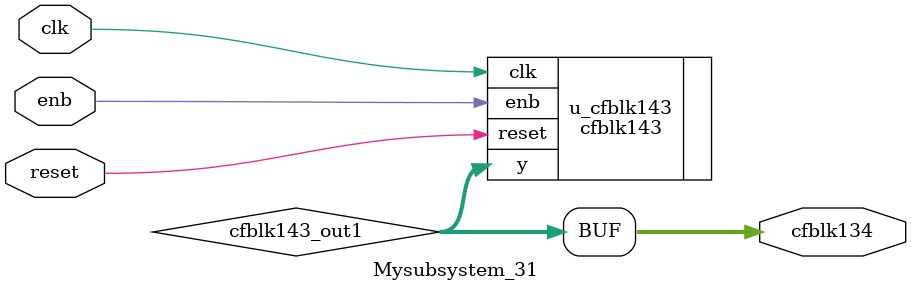
<source format=v>



`timescale 1 ns / 1 ns

module Mysubsystem_31
          (clk,
           reset,
           enb,
           cfblk134);


  input   clk;
  input   reset;
  input   enb;
  output  [7:0] cfblk134;  // uint8


  wire [7:0] cfblk143_out1;  // uint8


  cfblk143 u_cfblk143 (.clk(clk),
                       .reset(reset),
                       .enb(enb),
                       .y(cfblk143_out1)  // uint8
                       );

  assign cfblk134 = cfblk143_out1;

endmodule  // Mysubsystem_31


</source>
